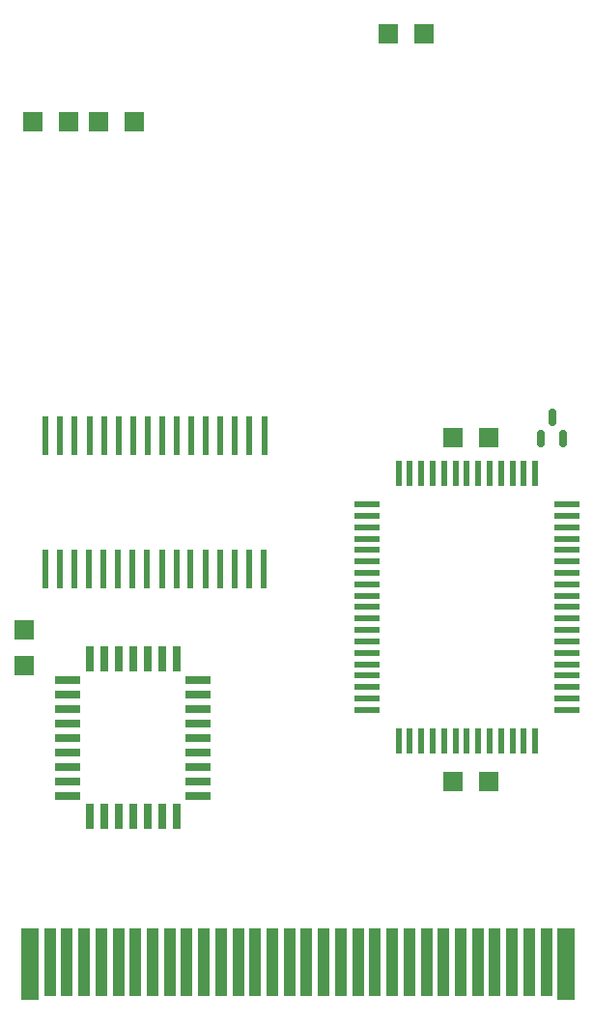
<source format=gbr>
%TF.GenerationSoftware,KiCad,Pcbnew,(6.0.2)*%
%TF.CreationDate,2022-10-22T13:12:19-05:00*%
%TF.ProjectId,REF1395A Optimized,52454631-3339-4354-9120-4f7074696d69,rev?*%
%TF.SameCoordinates,Original*%
%TF.FileFunction,Paste,Top*%
%TF.FilePolarity,Positive*%
%FSLAX46Y46*%
G04 Gerber Fmt 4.6, Leading zero omitted, Abs format (unit mm)*
G04 Created by KiCad (PCBNEW (6.0.2)) date 2022-10-22 13:12:19*
%MOMM*%
%LPD*%
G01*
G04 APERTURE LIST*
G04 Aperture macros list*
%AMRoundRect*
0 Rectangle with rounded corners*
0 $1 Rounding radius*
0 $2 $3 $4 $5 $6 $7 $8 $9 X,Y pos of 4 corners*
0 Add a 4 corners polygon primitive as box body*
4,1,4,$2,$3,$4,$5,$6,$7,$8,$9,$2,$3,0*
0 Add four circle primitives for the rounded corners*
1,1,$1+$1,$2,$3*
1,1,$1+$1,$4,$5*
1,1,$1+$1,$6,$7*
1,1,$1+$1,$8,$9*
0 Add four rect primitives between the rounded corners*
20,1,$1+$1,$2,$3,$4,$5,0*
20,1,$1+$1,$4,$5,$6,$7,0*
20,1,$1+$1,$6,$7,$8,$9,0*
20,1,$1+$1,$8,$9,$2,$3,0*%
G04 Aperture macros list end*
%ADD10R,2.250000X0.600000*%
%ADD11R,0.600000X2.250000*%
%ADD12RoundRect,0.150000X0.150000X-0.587500X0.150000X0.587500X-0.150000X0.587500X-0.150000X-0.587500X0*%
%ADD13R,0.600000X3.420000*%
%ADD14R,1.670000X1.670000*%
%ADD15R,1.500000X6.250000*%
%ADD16R,1.000000X6.000000*%
%ADD17R,0.650000X2.300000*%
%ADD18R,2.300000X0.650000*%
G04 APERTURE END LIST*
D10*
%TO.C,U3*%
X152520000Y-99099000D03*
X152520000Y-100099000D03*
X152520000Y-101099000D03*
X152520000Y-102099000D03*
X152520000Y-103099000D03*
X152520000Y-104099000D03*
X152520000Y-105099000D03*
X152520000Y-106099000D03*
X152520000Y-107099000D03*
X152520000Y-108099000D03*
X152520000Y-109099000D03*
X152520000Y-110099000D03*
X152520000Y-111099000D03*
X152520000Y-112099000D03*
X152520000Y-113099000D03*
X152520000Y-114099000D03*
X152520000Y-115099000D03*
X152520000Y-116099000D03*
X152520000Y-117099000D03*
D11*
X155270000Y-119849000D03*
X156270000Y-119849000D03*
X157270000Y-119849000D03*
X158270000Y-119849000D03*
X159270000Y-119849000D03*
X160270000Y-119849000D03*
X161270000Y-119849000D03*
X162270000Y-119849000D03*
X163270000Y-119849000D03*
X164270000Y-119849000D03*
X165270000Y-119849000D03*
X166270000Y-119849000D03*
X167270000Y-119849000D03*
D10*
X170020000Y-117099000D03*
X170020000Y-116099000D03*
X170020000Y-115099000D03*
X170020000Y-114099000D03*
X170020000Y-113099000D03*
X170020000Y-112099000D03*
X170020000Y-111099000D03*
X170020000Y-110099000D03*
X170020000Y-109099000D03*
X170020000Y-108099000D03*
X170020000Y-107099000D03*
X170020000Y-106099000D03*
X170020000Y-105099000D03*
X170020000Y-104099000D03*
X170020000Y-103099000D03*
X170020000Y-102099000D03*
X170020000Y-101099000D03*
X170020000Y-100099000D03*
X170020000Y-99099000D03*
D11*
X167270000Y-96349000D03*
X166270000Y-96349000D03*
X165270000Y-96349000D03*
X164270000Y-96349000D03*
X163270000Y-96349000D03*
X162270000Y-96349000D03*
X161270000Y-96349000D03*
X160270000Y-96349000D03*
X159270000Y-96349000D03*
X158270000Y-96349000D03*
X157270000Y-96349000D03*
X156270000Y-96349000D03*
X155270000Y-96349000D03*
%TD*%
D12*
%TO.C,Q1*%
X167791000Y-93336500D03*
X169691000Y-93336500D03*
X168741000Y-91461500D03*
%TD*%
D13*
%TO.C,U2*%
X124317500Y-104723000D03*
X125588500Y-104723000D03*
X126858500Y-104723000D03*
X128163500Y-104720000D03*
X129438500Y-104720000D03*
X130703500Y-104720000D03*
X131978500Y-104720000D03*
X133249500Y-104720000D03*
X134554500Y-104720000D03*
X135825500Y-104720000D03*
X137053500Y-104720000D03*
X138360500Y-104720000D03*
X139641500Y-104720000D03*
X140907500Y-104719000D03*
X142172500Y-104719000D03*
X143480500Y-104719000D03*
X143522500Y-93089000D03*
X142216500Y-93087000D03*
X140941500Y-93100000D03*
X139676500Y-93090000D03*
X138401500Y-93094000D03*
X137099500Y-93094000D03*
X135866500Y-93094000D03*
X134590500Y-93094000D03*
X133288500Y-93091000D03*
X132017500Y-93091000D03*
X130744500Y-93093000D03*
X129474500Y-93093000D03*
X128210500Y-93093000D03*
X126899500Y-93093000D03*
X125621500Y-93094000D03*
X124356500Y-93094000D03*
%TD*%
D14*
%TO.C,C1*%
X122415000Y-110053000D03*
X122424000Y-113184000D03*
%TD*%
D15*
%TO.C,J1*%
X122965484Y-139372200D03*
D16*
X124715742Y-139247200D03*
X126216000Y-139247200D03*
X127716258Y-139247200D03*
X129216516Y-139247200D03*
X130716774Y-139247200D03*
X132217032Y-139247200D03*
X133717290Y-139247200D03*
X135217548Y-139247200D03*
X136717806Y-139247200D03*
X138218064Y-139247200D03*
X139718322Y-139247200D03*
X141218580Y-139247200D03*
X142718838Y-139247200D03*
X144219096Y-139247200D03*
X145719354Y-139247200D03*
X147219612Y-139247200D03*
X148719870Y-139247200D03*
X150220128Y-139247200D03*
X151720386Y-139247200D03*
X153220644Y-139247200D03*
X154720902Y-139247200D03*
X156221160Y-139247200D03*
X157721418Y-139247200D03*
X159221676Y-139247200D03*
X160721934Y-139247200D03*
X162222192Y-139247200D03*
X163722450Y-139247200D03*
X165222708Y-139247200D03*
X166722966Y-139247200D03*
X168223224Y-139247200D03*
D15*
X169973484Y-139372200D03*
%TD*%
D14*
%TO.C,R2*%
X154384000Y-57833000D03*
X157515000Y-57824000D03*
%TD*%
%TO.C,C3*%
X128968000Y-65551000D03*
X132099000Y-65542000D03*
%TD*%
%TO.C,I1*%
X163189000Y-93228000D03*
X160058000Y-93237000D03*
%TD*%
%TO.C,R1*%
X126313500Y-65553500D03*
X123182500Y-65562500D03*
%TD*%
D17*
%TO.C,U1*%
X131994000Y-126465000D03*
X133266000Y-126467000D03*
X134535000Y-126466000D03*
X135805000Y-126466000D03*
D18*
X137695000Y-124645000D03*
X137695000Y-123376000D03*
X137693000Y-122105000D03*
X137694000Y-120835000D03*
X137695000Y-119569000D03*
X137696000Y-118296000D03*
X137694000Y-117025000D03*
X137696000Y-115758000D03*
X137693000Y-114488000D03*
D17*
X135802000Y-112664000D03*
X134533000Y-112667000D03*
X133264000Y-112663000D03*
X131995000Y-112664000D03*
X130727000Y-112664000D03*
X129454000Y-112663000D03*
X128183000Y-112664000D03*
D18*
X126293000Y-114482000D03*
X126293000Y-115758000D03*
X126293000Y-117023000D03*
X126297000Y-118299000D03*
X126292000Y-119563000D03*
X126299000Y-120836000D03*
X126298000Y-122104000D03*
X126298000Y-123376000D03*
X126297000Y-124647000D03*
D17*
X128185000Y-126463000D03*
X129453000Y-126463000D03*
X130725000Y-126468000D03*
%TD*%
D14*
%TO.C,C2*%
X163207000Y-123412000D03*
X160076000Y-123421000D03*
%TD*%
M02*

</source>
